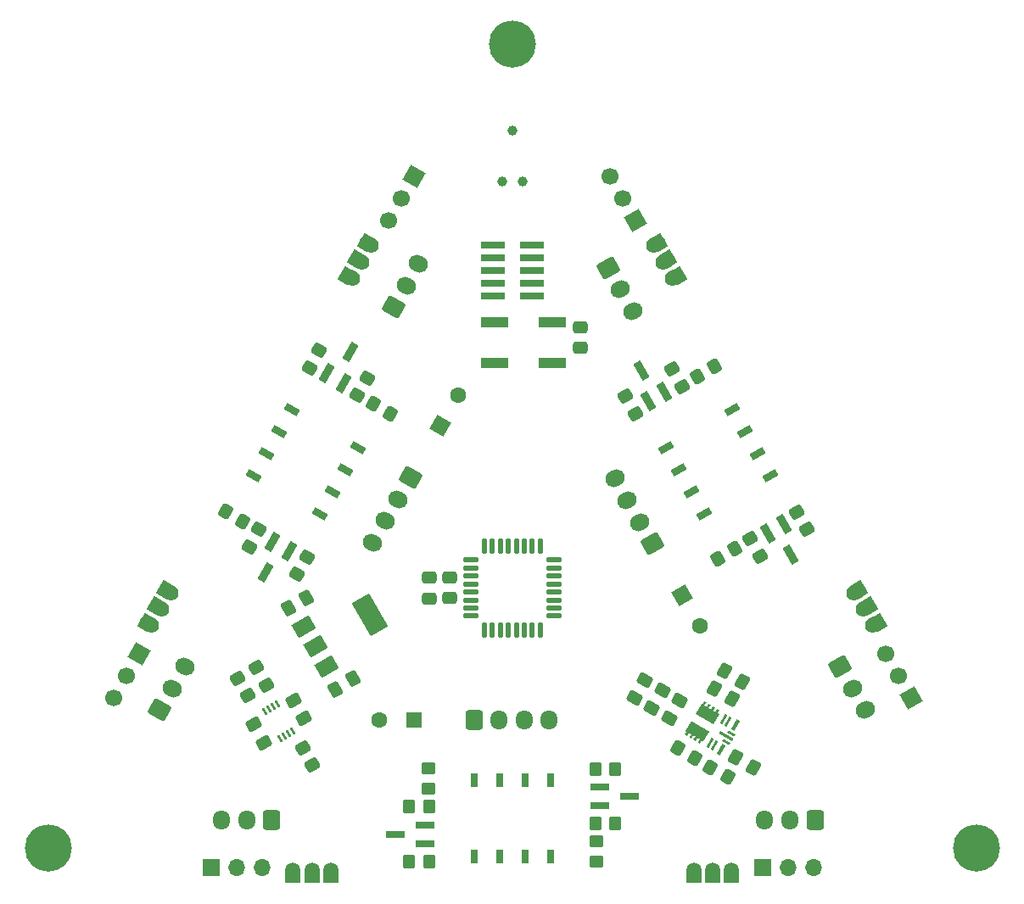
<source format=gbr>
%TF.GenerationSoftware,KiCad,Pcbnew,7.0.7*%
%TF.CreationDate,2023-11-13T09:37:15+01:00*%
%TF.ProjectId,Small,536d616c-6c2e-46b6-9963-61645f706362,rev?*%
%TF.SameCoordinates,Original*%
%TF.FileFunction,Soldermask,Top*%
%TF.FilePolarity,Negative*%
%FSLAX46Y46*%
G04 Gerber Fmt 4.6, Leading zero omitted, Abs format (unit mm)*
G04 Created by KiCad (PCBNEW 7.0.7) date 2023-11-13 09:37:15*
%MOMM*%
%LPD*%
G01*
G04 APERTURE LIST*
G04 Aperture macros list*
%AMRoundRect*
0 Rectangle with rounded corners*
0 $1 Rounding radius*
0 $2 $3 $4 $5 $6 $7 $8 $9 X,Y pos of 4 corners*
0 Add a 4 corners polygon primitive as box body*
4,1,4,$2,$3,$4,$5,$6,$7,$8,$9,$2,$3,0*
0 Add four circle primitives for the rounded corners*
1,1,$1+$1,$2,$3*
1,1,$1+$1,$4,$5*
1,1,$1+$1,$6,$7*
1,1,$1+$1,$8,$9*
0 Add four rect primitives between the rounded corners*
20,1,$1+$1,$2,$3,$4,$5,0*
20,1,$1+$1,$4,$5,$6,$7,0*
20,1,$1+$1,$6,$7,$8,$9,0*
20,1,$1+$1,$8,$9,$2,$3,0*%
%AMHorizOval*
0 Thick line with rounded ends*
0 $1 width*
0 $2 $3 position (X,Y) of the first rounded end (center of the circle)*
0 $4 $5 position (X,Y) of the second rounded end (center of the circle)*
0 Add line between two ends*
20,1,$1,$2,$3,$4,$5,0*
0 Add two circle primitives to create the rounded ends*
1,1,$1,$2,$3*
1,1,$1,$4,$5*%
%AMRotRect*
0 Rectangle, with rotation*
0 The origin of the aperture is its center*
0 $1 length*
0 $2 width*
0 $3 Rotation angle, in degrees counterclockwise*
0 Add horizontal line*
21,1,$1,$2,0,0,$3*%
G04 Aperture macros list end*
%ADD10RoundRect,0.250000X0.600000X0.725000X-0.600000X0.725000X-0.600000X-0.725000X0.600000X-0.725000X0*%
%ADD11O,1.700000X1.950000*%
%ADD12R,0.712000X1.468399*%
%ADD13RoundRect,0.250000X-0.350000X-0.450000X0.350000X-0.450000X0.350000X0.450000X-0.350000X0.450000X0*%
%ADD14RoundRect,0.250000X0.564711X-0.078109X0.214711X0.528109X-0.564711X0.078109X-0.214711X-0.528109X0*%
%ADD15RoundRect,0.250000X-0.242612X0.529784X-0.580112X-0.054784X0.242612X-0.529784X0.580112X0.054784X0*%
%ADD16RoundRect,0.250000X-0.564711X0.078109X-0.214711X-0.528109X0.564711X-0.078109X0.214711X0.528109X0*%
%ADD17R,1.700000X1.700000*%
%ADD18O,1.700000X1.700000*%
%ADD19RotRect,1.900000X0.800000X120.000000*%
%ADD20RoundRect,0.250000X-0.529784X-0.242612X0.054784X-0.580112X0.529784X0.242612X-0.054784X0.580112X0*%
%ADD21RoundRect,0.250000X-0.528109X-0.214711X0.078109X-0.564711X0.528109X0.214711X-0.078109X0.564711X0*%
%ADD22RotRect,1.143000X1.524000X30.000000*%
%ADD23HorizOval,1.524000X0.206114X0.119000X-0.206114X-0.119000X0*%
%ADD24RoundRect,0.250000X-0.078109X-0.564711X0.528109X-0.214711X0.078109X0.564711X-0.528109X0.214711X0*%
%ADD25RoundRect,0.250000X0.927868X-0.157115X0.327868X0.882115X-0.927868X0.157115X-0.327868X-0.882115X0*%
%ADD26HorizOval,1.700000X0.108253X0.062500X-0.108253X-0.062500X0*%
%ADD27R,1.600000X1.600000*%
%ADD28C,1.600000*%
%ADD29R,1.900000X0.800000*%
%ADD30RoundRect,0.250000X-0.927868X0.157115X-0.327868X-0.882115X0.927868X-0.157115X0.327868X0.882115X0*%
%ADD31HorizOval,1.700000X-0.108253X-0.062500X0.108253X0.062500X0*%
%ADD32R,2.800000X1.000000*%
%ADD33RotRect,0.750000X0.250000X300.000000*%
%ADD34RoundRect,0.250000X-0.327868X0.882115X-0.927868X-0.157115X0.327868X-0.882115X0.927868X0.157115X0*%
%ADD35HorizOval,1.700000X-0.108253X0.062500X0.108253X-0.062500X0*%
%ADD36RoundRect,0.250000X-0.214711X0.528109X-0.564711X-0.078109X0.214711X-0.528109X0.564711X0.078109X0*%
%ADD37RotRect,1.700000X1.700000X210.000000*%
%ADD38HorizOval,1.700000X0.000000X0.000000X0.000000X0.000000X0*%
%ADD39RoundRect,0.250000X0.214711X-0.528109X0.564711X0.078109X-0.214711X0.528109X-0.564711X-0.078109X0*%
%ADD40RoundRect,0.250000X-0.580112X0.054784X-0.242612X-0.529784X0.580112X-0.054784X0.242612X0.529784X0*%
%ADD41RotRect,1.600000X1.600000X60.000000*%
%ADD42RoundRect,0.250000X0.529784X0.242612X-0.054784X0.580112X-0.529784X-0.242612X0.054784X-0.580112X0*%
%ADD43RoundRect,0.250000X-0.054784X-0.580112X0.529784X-0.242612X0.054784X0.580112X-0.529784X0.242612X0*%
%ADD44RoundRect,0.125000X-0.625000X-0.125000X0.625000X-0.125000X0.625000X0.125000X-0.625000X0.125000X0*%
%ADD45RoundRect,0.125000X-0.125000X-0.625000X0.125000X-0.625000X0.125000X0.625000X-0.125000X0.625000X0*%
%ADD46RoundRect,0.250000X0.078109X0.564711X-0.528109X0.214711X-0.078109X-0.564711X0.528109X-0.214711X0*%
%ADD47C,4.700000*%
%ADD48RoundRect,0.250000X-0.600000X-0.725000X0.600000X-0.725000X0.600000X0.725000X-0.600000X0.725000X0*%
%ADD49RoundRect,0.250000X-0.475000X0.337500X-0.475000X-0.337500X0.475000X-0.337500X0.475000X0.337500X0*%
%ADD50RoundRect,0.250000X0.327868X-0.882115X0.927868X0.157115X-0.327868X0.882115X-0.927868X-0.157115X0*%
%ADD51RoundRect,0.250000X0.350000X0.450000X-0.350000X0.450000X-0.350000X-0.450000X0.350000X-0.450000X0*%
%ADD52RotRect,1.900000X0.800000X240.000000*%
%ADD53RotRect,2.000000X1.500000X30.000000*%
%ADD54RotRect,2.000000X3.800000X30.000000*%
%ADD55RoundRect,0.250000X0.450000X-0.350000X0.450000X0.350000X-0.450000X0.350000X-0.450000X-0.350000X0*%
%ADD56RotRect,1.600000X1.600000X300.000000*%
%ADD57R,2.400000X0.740000*%
%ADD58R,1.524000X1.143000*%
%ADD59O,1.524000X2.000000*%
%ADD60RotRect,1.900000X0.800000X300.000000*%
%ADD61RoundRect,0.250000X0.528109X0.214711X-0.078109X0.564711X-0.528109X-0.214711X0.078109X-0.564711X0*%
%ADD62RotRect,1.143000X1.524000X150.000000*%
%ADD63HorizOval,1.524000X-0.206114X0.119000X0.206114X-0.119000X0*%
%ADD64RoundRect,0.250000X-0.450000X0.350000X-0.450000X-0.350000X0.450000X-0.350000X0.450000X0.350000X0*%
%ADD65RotRect,1.900000X0.800000X60.000000*%
%ADD66RotRect,0.712000X1.468399X120.000000*%
%ADD67RotRect,1.700000X1.700000X330.000000*%
%ADD68HorizOval,1.700000X0.000000X0.000000X0.000000X0.000000X0*%
%ADD69RotRect,0.712000X1.468399X240.000000*%
%ADD70RotRect,1.124991X0.370002X240.000000*%
%ADD71RotRect,1.099998X0.250012X240.000000*%
%ADD72RotRect,1.099996X2.050008X240.000000*%
%ADD73RotRect,1.099998X2.050008X240.000000*%
%ADD74RotRect,0.800000X0.250000X330.000000*%
%ADD75RotRect,1.520012X0.299999X330.000000*%
%ADD76RoundRect,0.250000X0.580112X-0.054784X0.242612X0.529784X-0.580112X0.054784X-0.242612X-0.529784X0*%
%ADD77C,0.990600*%
G04 APERTURE END LIST*
%TO.C,U1*%
G36*
X94367614Y-100429569D02*
G01*
X94175120Y-100762978D01*
X94391616Y-100887972D01*
X94584110Y-100554563D01*
X94800626Y-100679569D01*
X94608132Y-101012978D01*
X94824628Y-101137972D01*
X95017122Y-100804563D01*
X95233639Y-100929569D01*
X95041145Y-101262978D01*
X95257641Y-101387972D01*
X95450135Y-101054563D01*
X95666652Y-101179569D01*
X95474158Y-101512978D01*
X95647358Y-101612983D01*
X95097359Y-102565610D01*
X93322000Y-101540606D01*
X93871999Y-100587979D01*
X93958603Y-100637972D01*
X94151097Y-100304563D01*
X94367614Y-100429569D01*
G37*
G36*
X94647358Y-103345034D02*
G01*
X94097359Y-104297661D01*
X93924152Y-104197668D01*
X93731658Y-104531077D01*
X93515141Y-104406071D01*
X93707635Y-104072662D01*
X93491139Y-103947668D01*
X93298645Y-104281077D01*
X93082128Y-104156071D01*
X93274622Y-103822662D01*
X93058126Y-103697668D01*
X92865632Y-104031077D01*
X92649116Y-103906071D01*
X92841610Y-103572662D01*
X92625114Y-103447668D01*
X92432620Y-103781077D01*
X92216103Y-103656071D01*
X92408597Y-103322662D01*
X92322000Y-103272657D01*
X92871999Y-102320030D01*
X94647358Y-103345034D01*
G37*
%TD*%
D10*
%TO.C,J14*%
X51000000Y-112200000D03*
D11*
X48500000Y-112200000D03*
X46000000Y-112200000D03*
%TD*%
D12*
%TO.C,J1*%
X71190000Y-108192400D03*
X71190000Y-115807600D03*
X73730000Y-108192400D03*
X73730000Y-115807600D03*
X76270000Y-108192400D03*
X76270000Y-115807600D03*
X78810000Y-108192400D03*
X78810000Y-115807600D03*
%TD*%
D13*
%TO.C,R1*%
X64700000Y-116350000D03*
X66700000Y-116350000D03*
%TD*%
D14*
%TO.C,R14*%
X91926537Y-68880000D03*
X90926537Y-67147950D03*
%TD*%
D13*
%TO.C,R8*%
X83300000Y-112500000D03*
X85300000Y-112500000D03*
%TD*%
D15*
%TO.C,C5*%
X91700000Y-100200000D03*
X90662500Y-101997002D03*
%TD*%
D16*
%TO.C,R10*%
X86250000Y-69847950D03*
X87250000Y-71580000D03*
%TD*%
D17*
%TO.C,J9*%
X99975000Y-116875000D03*
D18*
X102515000Y-116875000D03*
X105055000Y-116875000D03*
%TD*%
D16*
%TO.C,R13*%
X98740896Y-84093398D03*
X99740896Y-85825448D03*
%TD*%
D19*
%TO.C,Q4*%
X88565544Y-70358590D03*
X90210992Y-69408590D03*
X87888268Y-67285514D03*
%TD*%
D20*
%TO.C,C7*%
X97301499Y-105881250D03*
X99098501Y-106918750D03*
%TD*%
D21*
%TO.C,R6*%
X94771154Y-106880607D03*
X96503204Y-107880607D03*
%TD*%
D15*
%TO.C,C4*%
X89967949Y-99200000D03*
X88930449Y-100997002D03*
%TD*%
D21*
%TO.C,R19*%
X61121986Y-70580000D03*
X62854036Y-71580000D03*
%TD*%
D22*
%TO.C,J22*%
X109666395Y-89131036D03*
D23*
X109284305Y-89351636D03*
D22*
X110616395Y-90776484D03*
D23*
X110234305Y-90997084D03*
D22*
X111566395Y-92421932D03*
D23*
X111184305Y-92642532D03*
%TD*%
D24*
%TO.C,R12*%
X93435383Y-67893398D03*
X95167433Y-66893398D03*
%TD*%
D25*
%TO.C,J4*%
X88983166Y-84571833D03*
D26*
X87733166Y-82406769D03*
X86483166Y-80241706D03*
X85233166Y-78076642D03*
%TD*%
D27*
%TO.C,C8*%
X65190000Y-102192400D03*
D28*
X61690000Y-102192400D03*
%TD*%
D29*
%TO.C,Q2*%
X83700000Y-108850000D03*
X83700000Y-110750000D03*
X86700000Y-109800000D03*
%TD*%
D30*
%TO.C,J16*%
X107700000Y-96869873D03*
D31*
X108950000Y-99034937D03*
X110200000Y-101200000D03*
%TD*%
D32*
%TO.C,SW1*%
X79000000Y-66500000D03*
X73200000Y-66500000D03*
X79000000Y-62500000D03*
X73200000Y-62500000D03*
%TD*%
D33*
%TO.C,U4*%
X51554359Y-100583641D03*
X51121346Y-100833641D03*
X50688334Y-101083641D03*
X50255321Y-101333641D03*
X51805321Y-104018319D03*
X52238334Y-103768319D03*
X52671346Y-103518319D03*
X53104359Y-103268319D03*
%TD*%
D34*
%TO.C,J7*%
X64826833Y-77972720D03*
D35*
X63576833Y-80137784D03*
X62326833Y-82302847D03*
X61076833Y-84467911D03*
%TD*%
D36*
%TO.C,R16*%
X55750000Y-65284552D03*
X54750000Y-67016602D03*
%TD*%
D15*
%TO.C,C6*%
X88235898Y-98200000D03*
X87198398Y-99997002D03*
%TD*%
D37*
%TO.C,J10*%
X114806171Y-99933452D03*
D38*
X113536171Y-97733747D03*
X112266171Y-95534043D03*
%TD*%
D39*
%TO.C,R23*%
X59513140Y-69766602D03*
X60513140Y-68034552D03*
%TD*%
D40*
%TO.C,C18*%
X49160930Y-102638101D03*
X50198430Y-104435103D03*
%TD*%
D41*
%TO.C,C11*%
X67826833Y-72776567D03*
D28*
X69576833Y-69745478D03*
%TD*%
D42*
%TO.C,C3*%
X97972114Y-98336379D03*
X96175112Y-97298879D03*
%TD*%
D22*
%TO.C,J23*%
X89666395Y-54490019D03*
D23*
X89284305Y-54710619D03*
D22*
X90616395Y-56135467D03*
D23*
X90234305Y-56356067D03*
D22*
X91566395Y-57780915D03*
D23*
X91184305Y-58001515D03*
%TD*%
D14*
%TO.C,R9*%
X104417433Y-83125448D03*
X103417433Y-81393398D03*
%TD*%
D43*
%TO.C,C9*%
X52683456Y-91016732D03*
X54480458Y-89979232D03*
%TD*%
D44*
%TO.C,U2*%
X70825000Y-86200000D03*
X70825000Y-87000000D03*
X70825000Y-87800000D03*
X70825000Y-88600000D03*
X70825000Y-89400000D03*
X70825000Y-90200000D03*
X70825000Y-91000000D03*
X70825000Y-91800000D03*
D45*
X72200000Y-93175000D03*
X73000000Y-93175000D03*
X73800000Y-93175000D03*
X74600000Y-93175000D03*
X75400000Y-93175000D03*
X76200000Y-93175000D03*
X77000000Y-93175000D03*
X77800000Y-93175000D03*
D44*
X79175000Y-91800000D03*
X79175000Y-91000000D03*
X79175000Y-90200000D03*
X79175000Y-89400000D03*
X79175000Y-88600000D03*
X79175000Y-87800000D03*
X79175000Y-87000000D03*
X79175000Y-86200000D03*
D45*
X77800000Y-84825000D03*
X77000000Y-84825000D03*
X76200000Y-84825000D03*
X75400000Y-84825000D03*
X74600000Y-84825000D03*
X73800000Y-84825000D03*
X73000000Y-84825000D03*
X72200000Y-84825000D03*
%TD*%
D46*
%TO.C,R11*%
X97232050Y-85080000D03*
X95500000Y-86080000D03*
%TD*%
D47*
%TO.C,H1*%
X121339746Y-115000000D03*
%TD*%
D48*
%TO.C,J2*%
X71190000Y-102192400D03*
D11*
X73690000Y-102192400D03*
X76190000Y-102192400D03*
X78690000Y-102192400D03*
%TD*%
D49*
%TO.C,C14*%
X68750000Y-87950000D03*
X68750000Y-90025000D03*
%TD*%
D29*
%TO.C,Q1*%
X66300000Y-114550000D03*
X66300000Y-112650000D03*
X63300000Y-113600000D03*
%TD*%
D39*
%TO.C,R17*%
X53488011Y-87625448D03*
X54488011Y-85893398D03*
%TD*%
D42*
%TO.C,C2*%
X96972115Y-100068429D03*
X95175113Y-99030929D03*
%TD*%
D17*
%TO.C,J8*%
X44975000Y-116875000D03*
D18*
X47515000Y-116875000D03*
X50055000Y-116875000D03*
%TD*%
D16*
%TO.C,R25*%
X49464359Y-96963655D03*
X50464359Y-98695705D03*
%TD*%
D21*
%TO.C,R3*%
X91523558Y-105005608D03*
X93255608Y-106005608D03*
%TD*%
D30*
%TO.C,J17*%
X84550000Y-57034936D03*
D31*
X85800000Y-59200000D03*
X87050000Y-61365063D03*
%TD*%
D49*
%TO.C,C13*%
X66700000Y-87962500D03*
X66700000Y-90037500D03*
%TD*%
D50*
%TO.C,J18*%
X63150000Y-60965064D03*
D35*
X64400000Y-58800000D03*
X65650000Y-56634937D03*
%TD*%
D51*
%TO.C,R2*%
X85300000Y-107100000D03*
X83300000Y-107100000D03*
%TD*%
D52*
%TO.C,Q6*%
X52729165Y-85339808D03*
X51083717Y-84389808D03*
X50406441Y-87462884D03*
%TD*%
D53*
%TO.C,U3*%
X54194040Y-92858142D03*
X55344040Y-94850000D03*
D54*
X60800000Y-91700000D03*
D53*
X56494040Y-96841858D03*
%TD*%
D55*
%TO.C,R4*%
X66600000Y-109000000D03*
X66600000Y-107000000D03*
%TD*%
D56*
%TO.C,C1*%
X91983166Y-89767986D03*
D28*
X93733166Y-92799075D03*
%TD*%
D57*
%TO.C,J6*%
X73050000Y-54800000D03*
X76950000Y-54800000D03*
X73050000Y-56070000D03*
X76950000Y-56070000D03*
X73050000Y-57340000D03*
X76950000Y-57340000D03*
X73050000Y-58610000D03*
X76950000Y-58610000D03*
X73050000Y-59880000D03*
X76950000Y-59880000D03*
%TD*%
D47*
%TO.C,H3*%
X75000000Y-34737078D03*
%TD*%
D16*
%TO.C,R18*%
X54064359Y-104931089D03*
X55064359Y-106663139D03*
%TD*%
D58*
%TO.C,J21*%
X96900000Y-117825000D03*
D59*
X96900000Y-117383800D03*
D58*
X95000000Y-117825000D03*
D59*
X95000000Y-117383800D03*
D58*
X93100000Y-117825000D03*
D59*
X93100000Y-117383800D03*
%TD*%
D37*
%TO.C,J11*%
X87306171Y-52301927D03*
D38*
X86036171Y-50102222D03*
X84766171Y-47902518D03*
%TD*%
D60*
%TO.C,Q3*%
X102101889Y-82614808D03*
X100456441Y-83564808D03*
X102779165Y-85687884D03*
%TD*%
D61*
%TO.C,R20*%
X48116025Y-82330000D03*
X46383975Y-81330000D03*
%TD*%
D62*
%TO.C,J25*%
X38433605Y-92421933D03*
D63*
X38815695Y-92642533D03*
D62*
X39383605Y-90776485D03*
D63*
X39765695Y-90997085D03*
D62*
X40333605Y-89131037D03*
D63*
X40715695Y-89351637D03*
%TD*%
D49*
%TO.C,C15*%
X81800000Y-62962500D03*
X81800000Y-65037500D03*
%TD*%
D64*
%TO.C,R5*%
X83400000Y-114300000D03*
X83400000Y-116300000D03*
%TD*%
D36*
%TO.C,R24*%
X49724872Y-83143398D03*
X48724872Y-84875448D03*
%TD*%
D65*
%TO.C,Q5*%
X56508846Y-67570192D03*
X58154294Y-68520192D03*
X58831570Y-65447116D03*
%TD*%
D47*
%TO.C,H2*%
X28660215Y-115000000D03*
%TD*%
D66*
%TO.C,J3*%
X94179318Y-81571834D03*
X100774274Y-77764234D03*
X92909318Y-79372129D03*
X99504274Y-75564529D03*
X91639318Y-77172425D03*
X98234274Y-73364825D03*
X90369318Y-74972720D03*
X96964274Y-71165120D03*
%TD*%
D62*
%TO.C,J24*%
X58433605Y-57780916D03*
D63*
X58815695Y-58001516D03*
D62*
X59383605Y-56135468D03*
D63*
X59765695Y-56356068D03*
D62*
X60333605Y-54490020D03*
D63*
X60715695Y-54710620D03*
%TD*%
D51*
%TO.C,R7*%
X66700000Y-110850000D03*
X64700000Y-110850000D03*
%TD*%
D67*
%TO.C,J13*%
X37718829Y-95560024D03*
D68*
X36448829Y-97759729D03*
X35178829Y-99959433D03*
%TD*%
D16*
%TO.C,R21*%
X47600000Y-98000000D03*
X48600000Y-99732050D03*
%TD*%
D58*
%TO.C,J20*%
X56900000Y-117825000D03*
D59*
X56900000Y-117383800D03*
D58*
X55000000Y-117825000D03*
D59*
X55000000Y-117383800D03*
D58*
X53100000Y-117825000D03*
D59*
X53100000Y-117383800D03*
%TD*%
D69*
%TO.C,J5*%
X59630680Y-74972720D03*
X53035724Y-71165120D03*
X58360680Y-77172425D03*
X51765724Y-73364825D03*
X57090680Y-79372129D03*
X50495724Y-75564529D03*
X55820680Y-81571834D03*
X49225724Y-77764234D03*
%TD*%
D70*
%TO.C,U1*%
X97241864Y-102721210D03*
D71*
X96546633Y-102305384D03*
X96113621Y-102055384D03*
D72*
X94484678Y-101576795D03*
D73*
X93484679Y-103308845D03*
D71*
X94713621Y-104480256D03*
X95146633Y-104730256D03*
D70*
X95854364Y-105124430D03*
D74*
X96384715Y-104405831D03*
D75*
X96314287Y-103787820D03*
D74*
X96884714Y-103539807D03*
%TD*%
D43*
%TO.C,C10*%
X57300980Y-99089517D03*
X59097982Y-98052017D03*
%TD*%
D76*
%TO.C,C17*%
X54218750Y-101998501D03*
X53181250Y-100201499D03*
%TD*%
D10*
%TO.C,J15*%
X105200000Y-112200000D03*
D11*
X102700000Y-112200000D03*
X100200000Y-112200000D03*
%TD*%
D67*
%TO.C,J12*%
X65218830Y-47928499D03*
D68*
X63948830Y-50128204D03*
X62678830Y-52327908D03*
%TD*%
D50*
%TO.C,J19*%
X39800000Y-101200000D03*
D35*
X41050000Y-99034936D03*
X42300000Y-96869873D03*
%TD*%
D77*
%TO.C,J27*%
X75000000Y-43300000D03*
X76016000Y-48380000D03*
X73984000Y-48380000D03*
%TD*%
M02*

</source>
